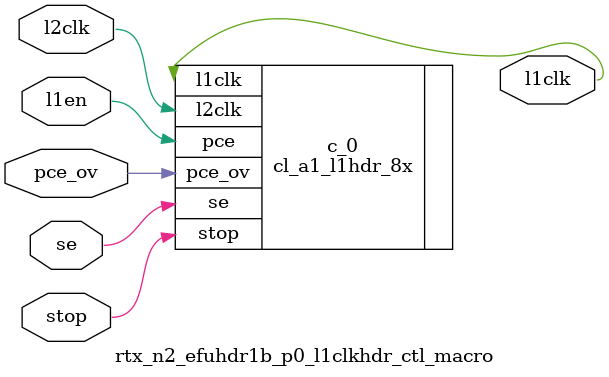
<source format=v>






module rtx_n2_efuhdr1b_p0_l1clkhdr_ctl_macro (
  l2clk, 
  l1en, 
  pce_ov, 
  stop, 
  se, 
  l1clk);


  input l2clk;
  input l1en;
  input pce_ov;
  input stop;
  input se;
  output l1clk;



 

cl_a1_l1hdr_8x c_0 (


   .l2clk(l2clk),
   .pce(l1en),
   .l1clk(l1clk),
  .se(se),
  .pce_ov(pce_ov),
  .stop(stop)
);



endmodule









</source>
